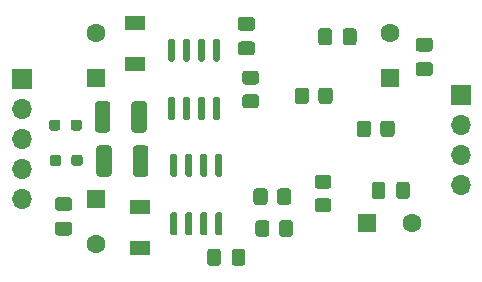
<source format=gbr>
G04 #@! TF.GenerationSoftware,KiCad,Pcbnew,(5.1.9)-1*
G04 #@! TF.CreationDate,2021-04-15T17:28:59+03:00*
G04 #@! TF.ProjectId,Cbc_power_supply_module,4362635f-706f-4776-9572-5f737570706c,rev?*
G04 #@! TF.SameCoordinates,Original*
G04 #@! TF.FileFunction,Soldermask,Bot*
G04 #@! TF.FilePolarity,Negative*
%FSLAX46Y46*%
G04 Gerber Fmt 4.6, Leading zero omitted, Abs format (unit mm)*
G04 Created by KiCad (PCBNEW (5.1.9)-1) date 2021-04-15 17:28:59*
%MOMM*%
%LPD*%
G01*
G04 APERTURE LIST*
%ADD10O,1.700000X1.700000*%
%ADD11R,1.700000X1.700000*%
%ADD12R,1.700000X1.300000*%
%ADD13C,1.600000*%
%ADD14R,1.600000X1.600000*%
G04 APERTURE END LIST*
G36*
G01*
X210898000Y-36453500D02*
X210898000Y-38603500D01*
G75*
G02*
X210648000Y-38853500I-250000J0D01*
G01*
X209848000Y-38853500D01*
G75*
G02*
X209598000Y-38603500I0J250000D01*
G01*
X209598000Y-36453500D01*
G75*
G02*
X209848000Y-36203500I250000J0D01*
G01*
X210648000Y-36203500D01*
G75*
G02*
X210898000Y-36453500I0J-250000D01*
G01*
G37*
G36*
G01*
X213998000Y-36453500D02*
X213998000Y-38603500D01*
G75*
G02*
X213748000Y-38853500I-250000J0D01*
G01*
X212948000Y-38853500D01*
G75*
G02*
X212698000Y-38603500I0J250000D01*
G01*
X212698000Y-36453500D01*
G75*
G02*
X212948000Y-36203500I250000J0D01*
G01*
X213748000Y-36203500D01*
G75*
G02*
X213998000Y-36453500I0J-250000D01*
G01*
G37*
D10*
X240474000Y-39560500D03*
X240474000Y-37020500D03*
X240474000Y-34480500D03*
D11*
X240474000Y-31940500D03*
D10*
X203264000Y-40767000D03*
X203264000Y-38227000D03*
X203264000Y-35687000D03*
X203264000Y-33147000D03*
D11*
X203264000Y-30607000D03*
G36*
G01*
X237838000Y-28252000D02*
X236888000Y-28252000D01*
G75*
G02*
X236638000Y-28002000I0J250000D01*
G01*
X236638000Y-27327000D01*
G75*
G02*
X236888000Y-27077000I250000J0D01*
G01*
X237838000Y-27077000D01*
G75*
G02*
X238088000Y-27327000I0J-250000D01*
G01*
X238088000Y-28002000D01*
G75*
G02*
X237838000Y-28252000I-250000J0D01*
G01*
G37*
G36*
G01*
X237838000Y-30327000D02*
X236888000Y-30327000D01*
G75*
G02*
X236638000Y-30077000I0J250000D01*
G01*
X236638000Y-29402000D01*
G75*
G02*
X236888000Y-29152000I250000J0D01*
G01*
X237838000Y-29152000D01*
G75*
G02*
X238088000Y-29402000I0J-250000D01*
G01*
X238088000Y-30077000D01*
G75*
G02*
X237838000Y-30327000I-250000J0D01*
G01*
G37*
G36*
G01*
X234977000Y-40480000D02*
X234977000Y-39530000D01*
G75*
G02*
X235227000Y-39280000I250000J0D01*
G01*
X235902000Y-39280000D01*
G75*
G02*
X236152000Y-39530000I0J-250000D01*
G01*
X236152000Y-40480000D01*
G75*
G02*
X235902000Y-40730000I-250000J0D01*
G01*
X235227000Y-40730000D01*
G75*
G02*
X234977000Y-40480000I0J250000D01*
G01*
G37*
G36*
G01*
X232902000Y-40480000D02*
X232902000Y-39530000D01*
G75*
G02*
X233152000Y-39280000I250000J0D01*
G01*
X233827000Y-39280000D01*
G75*
G02*
X234077000Y-39530000I0J-250000D01*
G01*
X234077000Y-40480000D01*
G75*
G02*
X233827000Y-40730000I-250000J0D01*
G01*
X233152000Y-40730000D01*
G75*
G02*
X232902000Y-40480000I0J250000D01*
G01*
G37*
G36*
G01*
X222776000Y-26495500D02*
X221826000Y-26495500D01*
G75*
G02*
X221576000Y-26245500I0J250000D01*
G01*
X221576000Y-25570500D01*
G75*
G02*
X221826000Y-25320500I250000J0D01*
G01*
X222776000Y-25320500D01*
G75*
G02*
X223026000Y-25570500I0J-250000D01*
G01*
X223026000Y-26245500D01*
G75*
G02*
X222776000Y-26495500I-250000J0D01*
G01*
G37*
G36*
G01*
X222776000Y-28570500D02*
X221826000Y-28570500D01*
G75*
G02*
X221576000Y-28320500I0J250000D01*
G01*
X221576000Y-27645500D01*
G75*
G02*
X221826000Y-27395500I250000J0D01*
G01*
X222776000Y-27395500D01*
G75*
G02*
X223026000Y-27645500I0J-250000D01*
G01*
X223026000Y-28320500D01*
G75*
G02*
X222776000Y-28570500I-250000J0D01*
G01*
G37*
G36*
G01*
X206345000Y-42656000D02*
X207295000Y-42656000D01*
G75*
G02*
X207545000Y-42906000I0J-250000D01*
G01*
X207545000Y-43581000D01*
G75*
G02*
X207295000Y-43831000I-250000J0D01*
G01*
X206345000Y-43831000D01*
G75*
G02*
X206095000Y-43581000I0J250000D01*
G01*
X206095000Y-42906000D01*
G75*
G02*
X206345000Y-42656000I250000J0D01*
G01*
G37*
G36*
G01*
X206345000Y-40581000D02*
X207295000Y-40581000D01*
G75*
G02*
X207545000Y-40831000I0J-250000D01*
G01*
X207545000Y-41506000D01*
G75*
G02*
X207295000Y-41756000I-250000J0D01*
G01*
X206345000Y-41756000D01*
G75*
G02*
X206095000Y-41506000I0J250000D01*
G01*
X206095000Y-40831000D01*
G75*
G02*
X206345000Y-40581000I250000J0D01*
G01*
G37*
G36*
G01*
X220114000Y-38871800D02*
X219814000Y-38871800D01*
G75*
G02*
X219664000Y-38721800I0J150000D01*
G01*
X219664000Y-37071800D01*
G75*
G02*
X219814000Y-36921800I150000J0D01*
G01*
X220114000Y-36921800D01*
G75*
G02*
X220264000Y-37071800I0J-150000D01*
G01*
X220264000Y-38721800D01*
G75*
G02*
X220114000Y-38871800I-150000J0D01*
G01*
G37*
G36*
G01*
X218844000Y-38871800D02*
X218544000Y-38871800D01*
G75*
G02*
X218394000Y-38721800I0J150000D01*
G01*
X218394000Y-37071800D01*
G75*
G02*
X218544000Y-36921800I150000J0D01*
G01*
X218844000Y-36921800D01*
G75*
G02*
X218994000Y-37071800I0J-150000D01*
G01*
X218994000Y-38721800D01*
G75*
G02*
X218844000Y-38871800I-150000J0D01*
G01*
G37*
G36*
G01*
X217574000Y-38871800D02*
X217274000Y-38871800D01*
G75*
G02*
X217124000Y-38721800I0J150000D01*
G01*
X217124000Y-37071800D01*
G75*
G02*
X217274000Y-36921800I150000J0D01*
G01*
X217574000Y-36921800D01*
G75*
G02*
X217724000Y-37071800I0J-150000D01*
G01*
X217724000Y-38721800D01*
G75*
G02*
X217574000Y-38871800I-150000J0D01*
G01*
G37*
G36*
G01*
X216304000Y-38871800D02*
X216004000Y-38871800D01*
G75*
G02*
X215854000Y-38721800I0J150000D01*
G01*
X215854000Y-37071800D01*
G75*
G02*
X216004000Y-36921800I150000J0D01*
G01*
X216304000Y-36921800D01*
G75*
G02*
X216454000Y-37071800I0J-150000D01*
G01*
X216454000Y-38721800D01*
G75*
G02*
X216304000Y-38871800I-150000J0D01*
G01*
G37*
G36*
G01*
X216304000Y-43821800D02*
X216004000Y-43821800D01*
G75*
G02*
X215854000Y-43671800I0J150000D01*
G01*
X215854000Y-42021800D01*
G75*
G02*
X216004000Y-41871800I150000J0D01*
G01*
X216304000Y-41871800D01*
G75*
G02*
X216454000Y-42021800I0J-150000D01*
G01*
X216454000Y-43671800D01*
G75*
G02*
X216304000Y-43821800I-150000J0D01*
G01*
G37*
G36*
G01*
X217574000Y-43821800D02*
X217274000Y-43821800D01*
G75*
G02*
X217124000Y-43671800I0J150000D01*
G01*
X217124000Y-42021800D01*
G75*
G02*
X217274000Y-41871800I150000J0D01*
G01*
X217574000Y-41871800D01*
G75*
G02*
X217724000Y-42021800I0J-150000D01*
G01*
X217724000Y-43671800D01*
G75*
G02*
X217574000Y-43821800I-150000J0D01*
G01*
G37*
G36*
G01*
X218844000Y-43821800D02*
X218544000Y-43821800D01*
G75*
G02*
X218394000Y-43671800I0J150000D01*
G01*
X218394000Y-42021800D01*
G75*
G02*
X218544000Y-41871800I150000J0D01*
G01*
X218844000Y-41871800D01*
G75*
G02*
X218994000Y-42021800I0J-150000D01*
G01*
X218994000Y-43671800D01*
G75*
G02*
X218844000Y-43821800I-150000J0D01*
G01*
G37*
G36*
G01*
X220114000Y-43821800D02*
X219814000Y-43821800D01*
G75*
G02*
X219664000Y-43671800I0J150000D01*
G01*
X219664000Y-42021800D01*
G75*
G02*
X219814000Y-41871800I150000J0D01*
G01*
X220114000Y-41871800D01*
G75*
G02*
X220264000Y-42021800I0J-150000D01*
G01*
X220264000Y-43671800D01*
G75*
G02*
X220114000Y-43821800I-150000J0D01*
G01*
G37*
G36*
G01*
X215813000Y-32108500D02*
X216113000Y-32108500D01*
G75*
G02*
X216263000Y-32258500I0J-150000D01*
G01*
X216263000Y-33908500D01*
G75*
G02*
X216113000Y-34058500I-150000J0D01*
G01*
X215813000Y-34058500D01*
G75*
G02*
X215663000Y-33908500I0J150000D01*
G01*
X215663000Y-32258500D01*
G75*
G02*
X215813000Y-32108500I150000J0D01*
G01*
G37*
G36*
G01*
X217083000Y-32108500D02*
X217383000Y-32108500D01*
G75*
G02*
X217533000Y-32258500I0J-150000D01*
G01*
X217533000Y-33908500D01*
G75*
G02*
X217383000Y-34058500I-150000J0D01*
G01*
X217083000Y-34058500D01*
G75*
G02*
X216933000Y-33908500I0J150000D01*
G01*
X216933000Y-32258500D01*
G75*
G02*
X217083000Y-32108500I150000J0D01*
G01*
G37*
G36*
G01*
X218353000Y-32108500D02*
X218653000Y-32108500D01*
G75*
G02*
X218803000Y-32258500I0J-150000D01*
G01*
X218803000Y-33908500D01*
G75*
G02*
X218653000Y-34058500I-150000J0D01*
G01*
X218353000Y-34058500D01*
G75*
G02*
X218203000Y-33908500I0J150000D01*
G01*
X218203000Y-32258500D01*
G75*
G02*
X218353000Y-32108500I150000J0D01*
G01*
G37*
G36*
G01*
X219623000Y-32108500D02*
X219923000Y-32108500D01*
G75*
G02*
X220073000Y-32258500I0J-150000D01*
G01*
X220073000Y-33908500D01*
G75*
G02*
X219923000Y-34058500I-150000J0D01*
G01*
X219623000Y-34058500D01*
G75*
G02*
X219473000Y-33908500I0J150000D01*
G01*
X219473000Y-32258500D01*
G75*
G02*
X219623000Y-32108500I150000J0D01*
G01*
G37*
G36*
G01*
X219623000Y-27158500D02*
X219923000Y-27158500D01*
G75*
G02*
X220073000Y-27308500I0J-150000D01*
G01*
X220073000Y-28958500D01*
G75*
G02*
X219923000Y-29108500I-150000J0D01*
G01*
X219623000Y-29108500D01*
G75*
G02*
X219473000Y-28958500I0J150000D01*
G01*
X219473000Y-27308500D01*
G75*
G02*
X219623000Y-27158500I150000J0D01*
G01*
G37*
G36*
G01*
X218353000Y-27158500D02*
X218653000Y-27158500D01*
G75*
G02*
X218803000Y-27308500I0J-150000D01*
G01*
X218803000Y-28958500D01*
G75*
G02*
X218653000Y-29108500I-150000J0D01*
G01*
X218353000Y-29108500D01*
G75*
G02*
X218203000Y-28958500I0J150000D01*
G01*
X218203000Y-27308500D01*
G75*
G02*
X218353000Y-27158500I150000J0D01*
G01*
G37*
G36*
G01*
X217083000Y-27158500D02*
X217383000Y-27158500D01*
G75*
G02*
X217533000Y-27308500I0J-150000D01*
G01*
X217533000Y-28958500D01*
G75*
G02*
X217383000Y-29108500I-150000J0D01*
G01*
X217083000Y-29108500D01*
G75*
G02*
X216933000Y-28958500I0J150000D01*
G01*
X216933000Y-27308500D01*
G75*
G02*
X217083000Y-27158500I150000J0D01*
G01*
G37*
G36*
G01*
X215813000Y-27158500D02*
X216113000Y-27158500D01*
G75*
G02*
X216263000Y-27308500I0J-150000D01*
G01*
X216263000Y-28958500D01*
G75*
G02*
X216113000Y-29108500I-150000J0D01*
G01*
X215813000Y-29108500D01*
G75*
G02*
X215663000Y-28958500I0J150000D01*
G01*
X215663000Y-27308500D01*
G75*
G02*
X215813000Y-27158500I150000J0D01*
G01*
G37*
G36*
G01*
X222205999Y-31861200D02*
X223106001Y-31861200D01*
G75*
G02*
X223356000Y-32111199I0J-249999D01*
G01*
X223356000Y-32811201D01*
G75*
G02*
X223106001Y-33061200I-249999J0D01*
G01*
X222205999Y-33061200D01*
G75*
G02*
X221956000Y-32811201I0J249999D01*
G01*
X221956000Y-32111199D01*
G75*
G02*
X222205999Y-31861200I249999J0D01*
G01*
G37*
G36*
G01*
X222205999Y-29861200D02*
X223106001Y-29861200D01*
G75*
G02*
X223356000Y-30111199I0J-249999D01*
G01*
X223356000Y-30811201D01*
G75*
G02*
X223106001Y-31061200I-249999J0D01*
G01*
X222205999Y-31061200D01*
G75*
G02*
X221956000Y-30811201I0J249999D01*
G01*
X221956000Y-30111199D01*
G75*
G02*
X222205999Y-29861200I249999J0D01*
G01*
G37*
G36*
G01*
X233652000Y-35248001D02*
X233652000Y-34347999D01*
G75*
G02*
X233901999Y-34098000I249999J0D01*
G01*
X234602001Y-34098000D01*
G75*
G02*
X234852000Y-34347999I0J-249999D01*
G01*
X234852000Y-35248001D01*
G75*
G02*
X234602001Y-35498000I-249999J0D01*
G01*
X233901999Y-35498000D01*
G75*
G02*
X233652000Y-35248001I0J249999D01*
G01*
G37*
G36*
G01*
X231652000Y-35248001D02*
X231652000Y-34347999D01*
G75*
G02*
X231901999Y-34098000I249999J0D01*
G01*
X232602001Y-34098000D01*
G75*
G02*
X232852000Y-34347999I0J-249999D01*
G01*
X232852000Y-35248001D01*
G75*
G02*
X232602001Y-35498000I-249999J0D01*
G01*
X231901999Y-35498000D01*
G75*
G02*
X231652000Y-35248001I0J249999D01*
G01*
G37*
G36*
G01*
X224101000Y-40088399D02*
X224101000Y-40988401D01*
G75*
G02*
X223851001Y-41238400I-249999J0D01*
G01*
X223150999Y-41238400D01*
G75*
G02*
X222901000Y-40988401I0J249999D01*
G01*
X222901000Y-40088399D01*
G75*
G02*
X223150999Y-39838400I249999J0D01*
G01*
X223851001Y-39838400D01*
G75*
G02*
X224101000Y-40088399I0J-249999D01*
G01*
G37*
G36*
G01*
X226101000Y-40088399D02*
X226101000Y-40988401D01*
G75*
G02*
X225851001Y-41238400I-249999J0D01*
G01*
X225150999Y-41238400D01*
G75*
G02*
X224901000Y-40988401I0J249999D01*
G01*
X224901000Y-40088399D01*
G75*
G02*
X225150999Y-39838400I249999J0D01*
G01*
X225851001Y-39838400D01*
G75*
G02*
X226101000Y-40088399I0J-249999D01*
G01*
G37*
G36*
G01*
X229240001Y-39875000D02*
X228339999Y-39875000D01*
G75*
G02*
X228090000Y-39625001I0J249999D01*
G01*
X228090000Y-38924999D01*
G75*
G02*
X228339999Y-38675000I249999J0D01*
G01*
X229240001Y-38675000D01*
G75*
G02*
X229490000Y-38924999I0J-249999D01*
G01*
X229490000Y-39625001D01*
G75*
G02*
X229240001Y-39875000I-249999J0D01*
G01*
G37*
G36*
G01*
X229240001Y-41875000D02*
X228339999Y-41875000D01*
G75*
G02*
X228090000Y-41625001I0J249999D01*
G01*
X228090000Y-40924999D01*
G75*
G02*
X228339999Y-40675000I249999J0D01*
G01*
X229240001Y-40675000D01*
G75*
G02*
X229490000Y-40924999I0J-249999D01*
G01*
X229490000Y-41625001D01*
G75*
G02*
X229240001Y-41875000I-249999J0D01*
G01*
G37*
G36*
G01*
X228400000Y-32450001D02*
X228400000Y-31549999D01*
G75*
G02*
X228649999Y-31300000I249999J0D01*
G01*
X229350001Y-31300000D01*
G75*
G02*
X229600000Y-31549999I0J-249999D01*
G01*
X229600000Y-32450001D01*
G75*
G02*
X229350001Y-32700000I-249999J0D01*
G01*
X228649999Y-32700000D01*
G75*
G02*
X228400000Y-32450001I0J249999D01*
G01*
G37*
G36*
G01*
X226400000Y-32450001D02*
X226400000Y-31549999D01*
G75*
G02*
X226649999Y-31300000I249999J0D01*
G01*
X227350001Y-31300000D01*
G75*
G02*
X227600000Y-31549999I0J-249999D01*
G01*
X227600000Y-32450001D01*
G75*
G02*
X227350001Y-32700000I-249999J0D01*
G01*
X226649999Y-32700000D01*
G75*
G02*
X226400000Y-32450001I0J249999D01*
G01*
G37*
G36*
G01*
X225054000Y-43680801D02*
X225054000Y-42780799D01*
G75*
G02*
X225303999Y-42530800I249999J0D01*
G01*
X226004001Y-42530800D01*
G75*
G02*
X226254000Y-42780799I0J-249999D01*
G01*
X226254000Y-43680801D01*
G75*
G02*
X226004001Y-43930800I-249999J0D01*
G01*
X225303999Y-43930800D01*
G75*
G02*
X225054000Y-43680801I0J249999D01*
G01*
G37*
G36*
G01*
X223054000Y-43680801D02*
X223054000Y-42780799D01*
G75*
G02*
X223303999Y-42530800I249999J0D01*
G01*
X224004001Y-42530800D01*
G75*
G02*
X224254000Y-42780799I0J-249999D01*
G01*
X224254000Y-43680801D01*
G75*
G02*
X224004001Y-43930800I-249999J0D01*
G01*
X223303999Y-43930800D01*
G75*
G02*
X223054000Y-43680801I0J249999D01*
G01*
G37*
G36*
G01*
X206561000Y-34243000D02*
X206561000Y-34718000D01*
G75*
G02*
X206323500Y-34955500I-237500J0D01*
G01*
X205823500Y-34955500D01*
G75*
G02*
X205586000Y-34718000I0J237500D01*
G01*
X205586000Y-34243000D01*
G75*
G02*
X205823500Y-34005500I237500J0D01*
G01*
X206323500Y-34005500D01*
G75*
G02*
X206561000Y-34243000I0J-237500D01*
G01*
G37*
G36*
G01*
X208386000Y-34243000D02*
X208386000Y-34718000D01*
G75*
G02*
X208148500Y-34955500I-237500J0D01*
G01*
X207648500Y-34955500D01*
G75*
G02*
X207411000Y-34718000I0J237500D01*
G01*
X207411000Y-34243000D01*
G75*
G02*
X207648500Y-34005500I237500J0D01*
G01*
X208148500Y-34005500D01*
G75*
G02*
X208386000Y-34243000I0J-237500D01*
G01*
G37*
G36*
G01*
X206625000Y-37227500D02*
X206625000Y-37702500D01*
G75*
G02*
X206387500Y-37940000I-237500J0D01*
G01*
X205887500Y-37940000D01*
G75*
G02*
X205650000Y-37702500I0J237500D01*
G01*
X205650000Y-37227500D01*
G75*
G02*
X205887500Y-36990000I237500J0D01*
G01*
X206387500Y-36990000D01*
G75*
G02*
X206625000Y-37227500I0J-237500D01*
G01*
G37*
G36*
G01*
X208450000Y-37227500D02*
X208450000Y-37702500D01*
G75*
G02*
X208212500Y-37940000I-237500J0D01*
G01*
X207712500Y-37940000D01*
G75*
G02*
X207475000Y-37702500I0J237500D01*
G01*
X207475000Y-37227500D01*
G75*
G02*
X207712500Y-36990000I237500J0D01*
G01*
X208212500Y-36990000D01*
G75*
G02*
X208450000Y-37227500I0J-237500D01*
G01*
G37*
G36*
G01*
X210772000Y-32707000D02*
X210772000Y-34857000D01*
G75*
G02*
X210522000Y-35107000I-250000J0D01*
G01*
X209722000Y-35107000D01*
G75*
G02*
X209472000Y-34857000I0J250000D01*
G01*
X209472000Y-32707000D01*
G75*
G02*
X209722000Y-32457000I250000J0D01*
G01*
X210522000Y-32457000D01*
G75*
G02*
X210772000Y-32707000I0J-250000D01*
G01*
G37*
G36*
G01*
X213872000Y-32707000D02*
X213872000Y-34857000D01*
G75*
G02*
X213622000Y-35107000I-250000J0D01*
G01*
X212822000Y-35107000D01*
G75*
G02*
X212572000Y-34857000I0J250000D01*
G01*
X212572000Y-32707000D01*
G75*
G02*
X212822000Y-32457000I250000J0D01*
G01*
X213622000Y-32457000D01*
G75*
G02*
X213872000Y-32707000I0J-250000D01*
G01*
G37*
D12*
X212852000Y-25837000D03*
X212852000Y-29337000D03*
X213296000Y-44902000D03*
X213296000Y-41402000D03*
D13*
X234442000Y-26680000D03*
D14*
X234442000Y-30480000D03*
D13*
X236337000Y-42735500D03*
D14*
X232537000Y-42735500D03*
G36*
G01*
X230450000Y-27475000D02*
X230450000Y-26525000D01*
G75*
G02*
X230700000Y-26275000I250000J0D01*
G01*
X231375000Y-26275000D01*
G75*
G02*
X231625000Y-26525000I0J-250000D01*
G01*
X231625000Y-27475000D01*
G75*
G02*
X231375000Y-27725000I-250000J0D01*
G01*
X230700000Y-27725000D01*
G75*
G02*
X230450000Y-27475000I0J250000D01*
G01*
G37*
G36*
G01*
X228375000Y-27475000D02*
X228375000Y-26525000D01*
G75*
G02*
X228625000Y-26275000I250000J0D01*
G01*
X229300000Y-26275000D01*
G75*
G02*
X229550000Y-26525000I0J-250000D01*
G01*
X229550000Y-27475000D01*
G75*
G02*
X229300000Y-27725000I-250000J0D01*
G01*
X228625000Y-27725000D01*
G75*
G02*
X228375000Y-27475000I0J250000D01*
G01*
G37*
G36*
G01*
X221045000Y-46144200D02*
X221045000Y-45194200D01*
G75*
G02*
X221295000Y-44944200I250000J0D01*
G01*
X221970000Y-44944200D01*
G75*
G02*
X222220000Y-45194200I0J-250000D01*
G01*
X222220000Y-46144200D01*
G75*
G02*
X221970000Y-46394200I-250000J0D01*
G01*
X221295000Y-46394200D01*
G75*
G02*
X221045000Y-46144200I0J250000D01*
G01*
G37*
G36*
G01*
X218970000Y-46144200D02*
X218970000Y-45194200D01*
G75*
G02*
X219220000Y-44944200I250000J0D01*
G01*
X219895000Y-44944200D01*
G75*
G02*
X220145000Y-45194200I0J-250000D01*
G01*
X220145000Y-46144200D01*
G75*
G02*
X219895000Y-46394200I-250000J0D01*
G01*
X219220000Y-46394200D01*
G75*
G02*
X218970000Y-46144200I0J250000D01*
G01*
G37*
D13*
X209550000Y-26680000D03*
D14*
X209550000Y-30480000D03*
D13*
X209550000Y-44503500D03*
D14*
X209550000Y-40703500D03*
M02*

</source>
